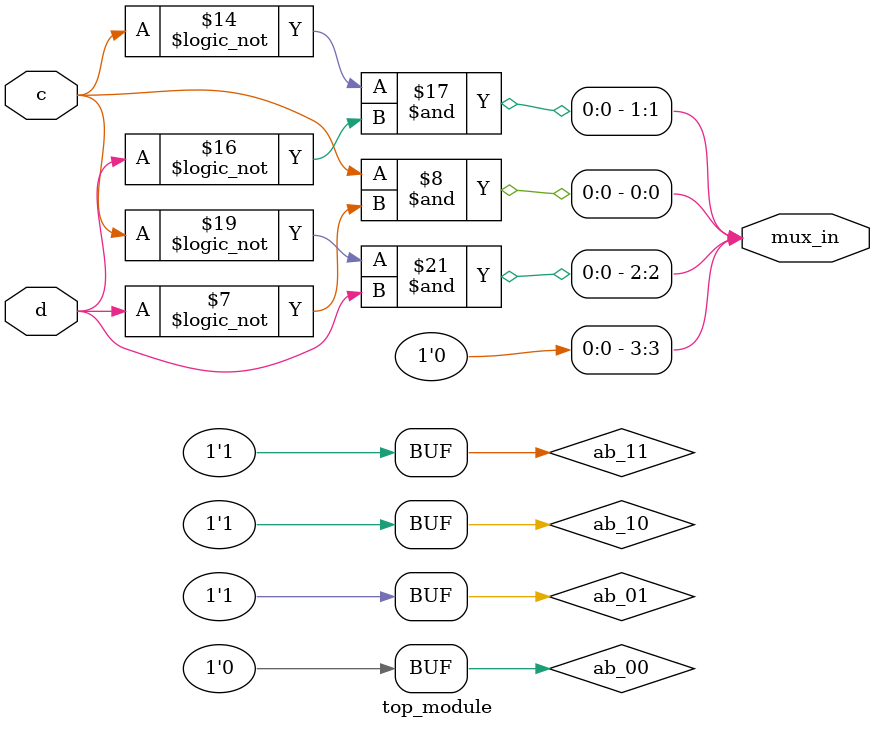
<source format=sv>
module top_module (
	input c,
	input d,
	output [3:0] mux_in
);

wire ab_00, ab_01, ab_11, ab_10;

assign ab_00 = 1'b0;
assign ab_01 = 1'b1;
assign ab_11 = 1'b1;
assign ab_10 = 1'b1;

assign mux_in[0] = (ab_00 & !c & !d) | (!ab_00 & c & !d);
assign mux_in[1] = (!ab_01 & !c & d) | (ab_01 & !c & !d);
assign mux_in[2] = (ab_11 & !c & d) | (!ab_11 & c & d);
assign mux_in[3] = (!ab_10 & !c & d) | (!ab_10 & c & d);

endmodule

</source>
